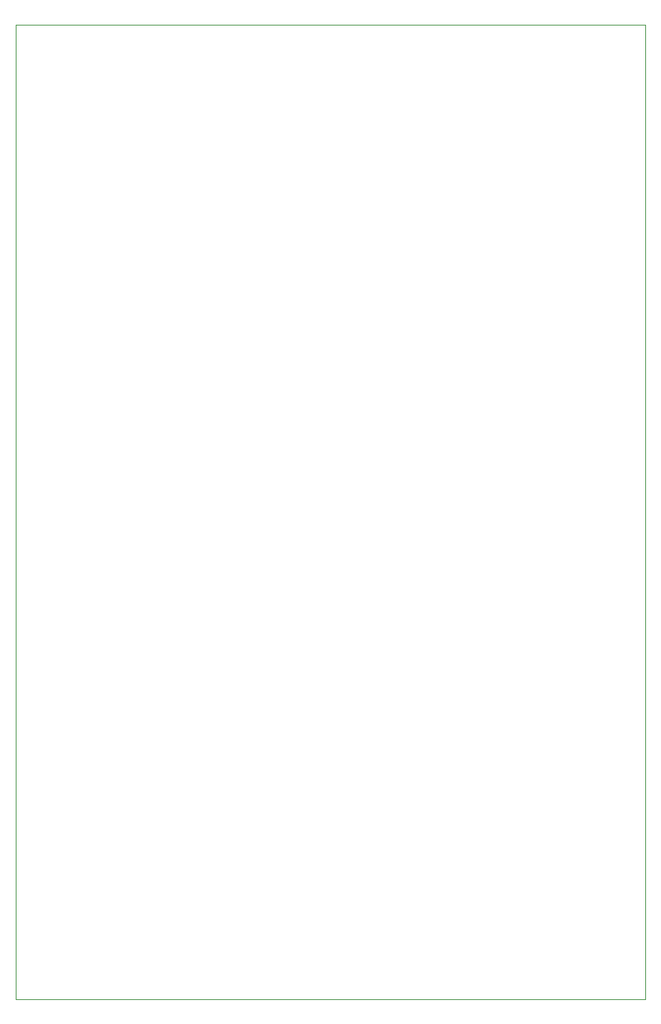
<source format=gbr>
%TF.GenerationSoftware,KiCad,Pcbnew,5.1.9*%
%TF.CreationDate,2021-03-22T22:06:03+01:00*%
%TF.ProjectId,control_voltage_eurorack_module,636f6e74-726f-46c5-9f76-6f6c74616765,rev?*%
%TF.SameCoordinates,Original*%
%TF.FileFunction,Profile,NP*%
%FSLAX46Y46*%
G04 Gerber Fmt 4.6, Leading zero omitted, Abs format (unit mm)*
G04 Created by KiCad (PCBNEW 5.1.9) date 2021-03-22 22:06:03*
%MOMM*%
%LPD*%
G01*
G04 APERTURE LIST*
%TA.AperFunction,Profile*%
%ADD10C,0.050000*%
%TD*%
G04 APERTURE END LIST*
D10*
X85725000Y-15189200D02*
X85725000Y-125196600D01*
X14605000Y-15189200D02*
X85725000Y-15189200D01*
X14605000Y-125196600D02*
X85725000Y-125196600D01*
X14605000Y-15189200D02*
X14605000Y-125196600D01*
M02*

</source>
